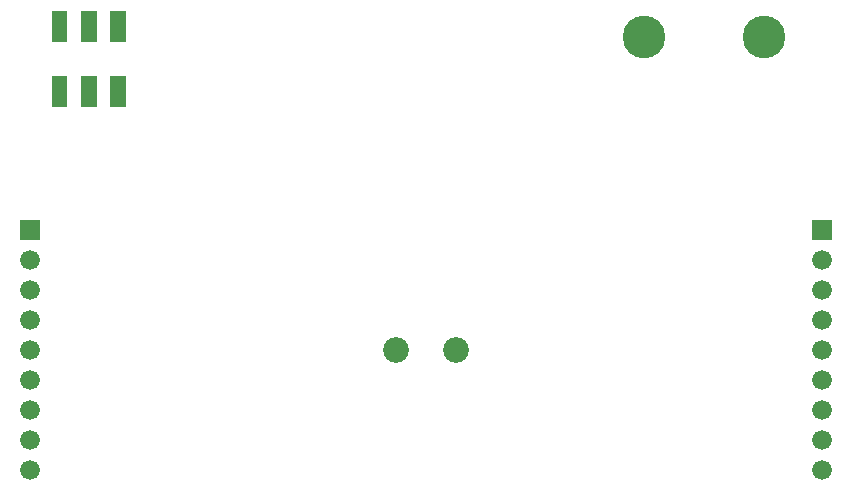
<source format=gbr>
G04 start of page 6 for group -4063 idx -4063 *
G04 Title: (unknown), componentmask *
G04 Creator: pcb 20140316 *
G04 CreationDate: Thu 02 Jul 2020 08:53:44 PM GMT UTC *
G04 For: railfan *
G04 Format: Gerber/RS-274X *
G04 PCB-Dimensions (mil): 2750.00 2500.00 *
G04 PCB-Coordinate-Origin: lower left *
%MOIN*%
%FSLAX25Y25*%
%LNTOPMASK*%
%ADD42R,0.0520X0.0520*%
%ADD41C,0.0860*%
%ADD40C,0.1420*%
%ADD39C,0.0660*%
%ADD38C,0.0001*%
G54D38*G36*
X266200Y88800D02*Y82200D01*
X272800D01*
Y88800D01*
X266200D01*
G37*
G54D39*X269500Y75500D03*
Y65500D03*
Y55500D03*
Y45500D03*
Y35500D03*
Y25500D03*
Y15500D03*
Y5500D03*
G54D40*X250000Y150000D03*
X210000D03*
G54D39*X5500Y55500D03*
Y45500D03*
Y35500D03*
Y25500D03*
G54D38*G36*
X2200Y88800D02*Y82200D01*
X8800D01*
Y88800D01*
X2200D01*
G37*
G54D39*X5500Y75500D03*
Y65500D03*
Y15500D03*
Y5500D03*
G54D41*X127500Y45500D03*
X147500D03*
G54D42*X15200Y155900D02*Y150750D01*
X25000Y155900D02*Y150750D01*
X34800Y155900D02*Y150750D01*
X15200Y134250D02*Y129100D01*
X25000Y134250D02*Y129100D01*
X34800Y134250D02*Y129100D01*
M02*

</source>
